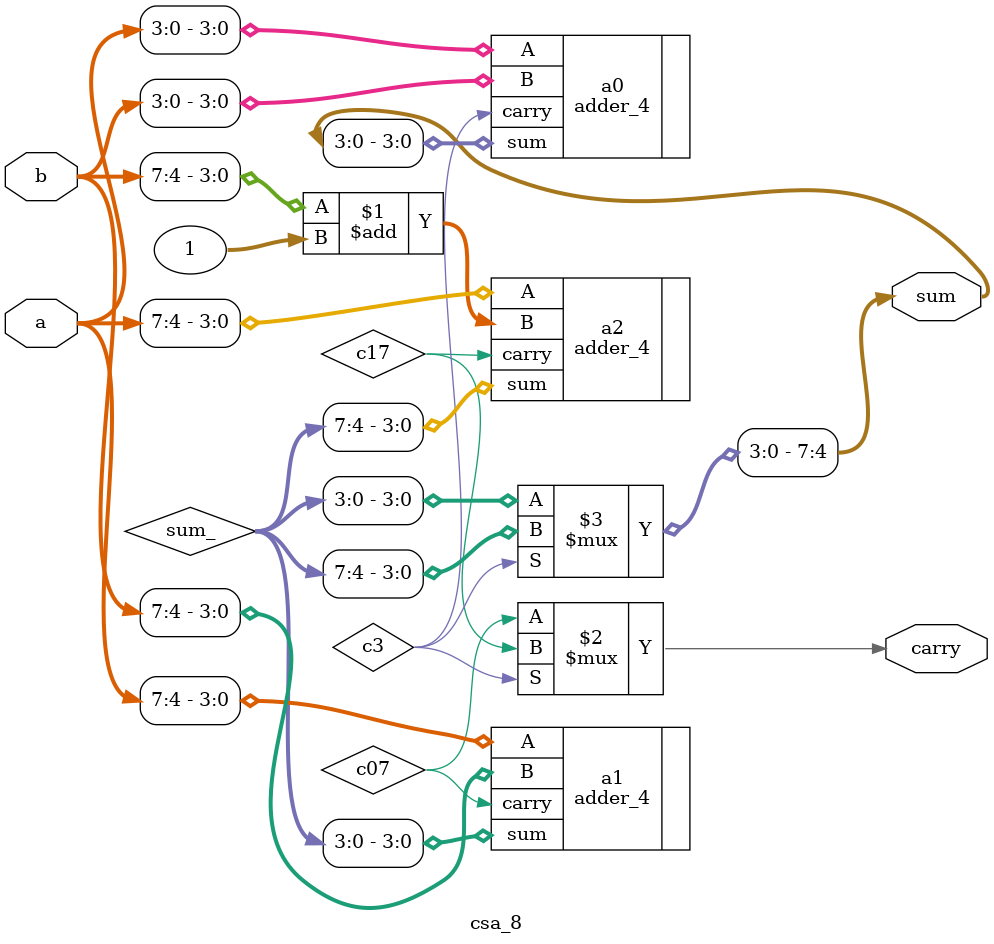
<source format=sv>
module csa_8 (
  input logic [7:0] a, b,
  output logic [7:0] sum,
  output logic carry
);
  // �
  logic c3;
  logic [7:0] sum_;
  adder_4 a0(
    .A(a[3:0]),
    .B(b[3:0]),
    .carry(c3),
    .sum(sum[3:0])
  );
  adder_4 a1(
    .A(a[7:4]),
    .B(b[7:4]),
    .carry(c07),
    .sum(sum_[3:0])
  );
  adder_4 a2(
    .A(a[7:4]),
    .B(b[7:4] + 1),
    .carry(c17),
    .sum(sum_[7:4])
  );
  assign carry = c3 ? c17 : c07;
  assign sum[7:4] = c3 ? sum_[7:4] : sum_[3:0];
  // Add your description here
  // …
endmodule

</source>
